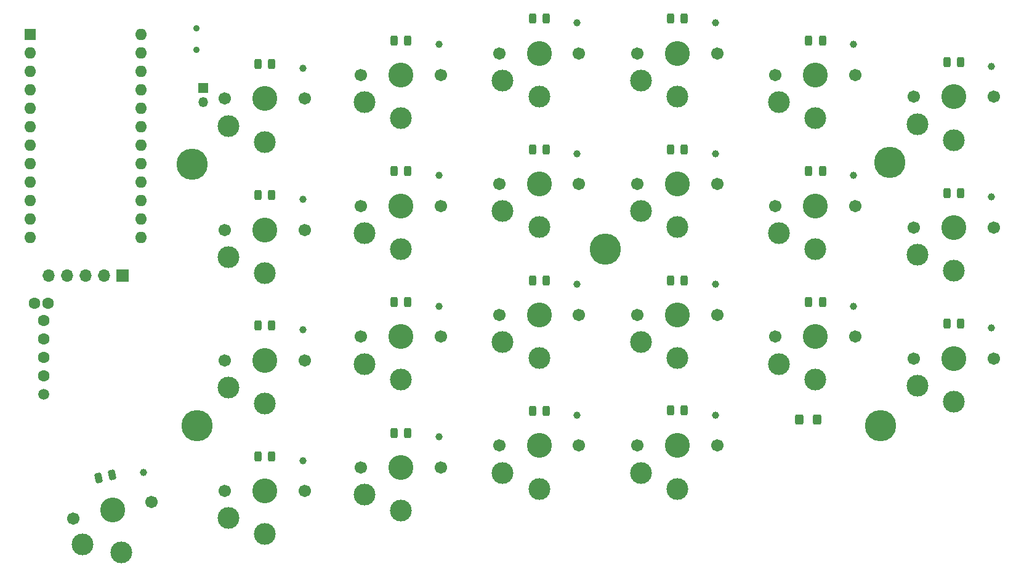
<source format=gbr>
%TF.GenerationSoftware,KiCad,Pcbnew,7.0.5-0*%
%TF.CreationDate,2023-10-17T19:27:59+10:30*%
%TF.ProjectId,Rolio,526f6c69-6f2e-46b6-9963-61645f706362,rev?*%
%TF.SameCoordinates,Original*%
%TF.FileFunction,Soldermask,Top*%
%TF.FilePolarity,Negative*%
%FSLAX46Y46*%
G04 Gerber Fmt 4.6, Leading zero omitted, Abs format (unit mm)*
G04 Created by KiCad (PCBNEW 7.0.5-0) date 2023-10-17 19:27:59*
%MOMM*%
%LPD*%
G01*
G04 APERTURE LIST*
G04 Aperture macros list*
%AMRoundRect*
0 Rectangle with rounded corners*
0 $1 Rounding radius*
0 $2 $3 $4 $5 $6 $7 $8 $9 X,Y pos of 4 corners*
0 Add a 4 corners polygon primitive as box body*
4,1,4,$2,$3,$4,$5,$6,$7,$8,$9,$2,$3,0*
0 Add four circle primitives for the rounded corners*
1,1,$1+$1,$2,$3*
1,1,$1+$1,$4,$5*
1,1,$1+$1,$6,$7*
1,1,$1+$1,$8,$9*
0 Add four rect primitives between the rounded corners*
20,1,$1+$1,$2,$3,$4,$5,0*
20,1,$1+$1,$4,$5,$6,$7,0*
20,1,$1+$1,$6,$7,$8,$9,0*
20,1,$1+$1,$8,$9,$2,$3,0*%
G04 Aperture macros list end*
%ADD10C,1.701800*%
%ADD11C,3.000000*%
%ADD12C,3.429000*%
%ADD13C,0.990600*%
%ADD14RoundRect,0.243750X-0.243750X-0.456250X0.243750X-0.456250X0.243750X0.456250X-0.243750X0.456250X0*%
%ADD15R,1.700000X1.700000*%
%ADD16O,1.700000X1.700000*%
%ADD17C,1.500000*%
%ADD18C,1.600000*%
%ADD19C,4.300000*%
%ADD20R,1.600000X1.600000*%
%ADD21O,1.600000X1.600000*%
%ADD22R,1.350000X1.350000*%
%ADD23O,1.350000X1.350000*%
%ADD24RoundRect,0.250000X-0.325000X-0.450000X0.325000X-0.450000X0.325000X0.450000X-0.325000X0.450000X0*%
%ADD25RoundRect,0.243750X-0.143564X-0.496958X0.333283X-0.395601X0.143564X0.496958X-0.333283X0.395601X0*%
%ADD26C,0.900000*%
G04 APERTURE END LIST*
D10*
%TO.C,SW_B0*%
X96680500Y-46530000D03*
D11*
X97180500Y-50280000D03*
D12*
X102180500Y-46530000D03*
D11*
X102180500Y-52480000D03*
D13*
X107400500Y-42330000D03*
D10*
X107680500Y-46530000D03*
%TD*%
%TO.C,SW_B3*%
X58680500Y-97530000D03*
D11*
X59180500Y-101280000D03*
D12*
X64180500Y-97530000D03*
D11*
X64180500Y-103480000D03*
D13*
X69400500Y-93330000D03*
D10*
X69680500Y-97530000D03*
%TD*%
%TO.C,SW_B4*%
X77680500Y-97530000D03*
D11*
X78180500Y-101280000D03*
D12*
X83180500Y-97530000D03*
D11*
X83180500Y-103480000D03*
D13*
X88400500Y-93330000D03*
D10*
X88680500Y-97530000D03*
%TD*%
%TO.C,SW_C1*%
X77680500Y-61530000D03*
D11*
X78180500Y-65280000D03*
D12*
X83180500Y-61530000D03*
D11*
X83180500Y-67480000D03*
D13*
X88400500Y-57330000D03*
D10*
X88680500Y-61530000D03*
%TD*%
D14*
%TO.C,LED3*%
X63263000Y-38775000D03*
X65138000Y-38775000D03*
%TD*%
D10*
%TO.C,SW_B1*%
X96680500Y-64530000D03*
D11*
X97180500Y-68280000D03*
D12*
X102180500Y-64530000D03*
D11*
X102180500Y-70480000D03*
D13*
X107400500Y-60330000D03*
D10*
X107680500Y-64530000D03*
%TD*%
D14*
%TO.C,LED15*%
X63263000Y-74775000D03*
X65138000Y-74775000D03*
%TD*%
D15*
%TO.C,Nice!View1*%
X6908000Y-74090000D03*
D16*
X4368000Y-74090000D03*
X1828000Y-74090000D03*
X-712000Y-74090000D03*
X-3252000Y-74090000D03*
%TD*%
D14*
%TO.C,LED4*%
X82263000Y-38775000D03*
X84138000Y-38775000D03*
%TD*%
%TO.C,LED1*%
X25543000Y-45025000D03*
X27418000Y-45025000D03*
%TD*%
D10*
%TO.C,SW_F0*%
X20960500Y-49780000D03*
D11*
X21460500Y-53530000D03*
D12*
X26460500Y-49780000D03*
D11*
X26460500Y-55730000D03*
D13*
X31680500Y-45580000D03*
D10*
X31960500Y-49780000D03*
%TD*%
D17*
%TO.C,RE_1*%
X-3942000Y-90440000D03*
D18*
X-3942000Y-80330000D03*
X-3942000Y-82870000D03*
X-3942000Y-85410000D03*
X-3942000Y-87950000D03*
X-5167000Y-77940000D03*
X-3317000Y-77940000D03*
%TD*%
D14*
%TO.C,LED13*%
X25543000Y-81025000D03*
X27418000Y-81025000D03*
%TD*%
%TO.C,LED23*%
X82263000Y-92675000D03*
X84138000Y-92675000D03*
%TD*%
D10*
%TO.C,SW_A2*%
X115680500Y-85530000D03*
D11*
X116180500Y-89280000D03*
D12*
X121180500Y-85530000D03*
D11*
X121180500Y-91480000D03*
D13*
X126400500Y-81330000D03*
D10*
X126680500Y-85530000D03*
%TD*%
D14*
%TO.C,LED10*%
X82263000Y-56775000D03*
X84138000Y-56775000D03*
%TD*%
D10*
%TO.C,SW_D1*%
X58680500Y-61530000D03*
D11*
X59180500Y-65280000D03*
D12*
X64180500Y-61530000D03*
D11*
X64180500Y-67480000D03*
D13*
X69400500Y-57330000D03*
D10*
X69680500Y-61530000D03*
%TD*%
D14*
%TO.C,LED17*%
X101263000Y-77775000D03*
X103138000Y-77775000D03*
%TD*%
D19*
%TO.C,H4*%
X17108000Y-94784000D03*
%TD*%
D14*
%TO.C,LED20*%
X25543000Y-99025000D03*
X27418000Y-99025000D03*
%TD*%
D10*
%TO.C,SW_E2*%
X39680500Y-82530000D03*
D11*
X40180500Y-86280000D03*
D12*
X45180500Y-82530000D03*
D11*
X45180500Y-88480000D03*
D13*
X50400500Y-78330000D03*
D10*
X50680500Y-82530000D03*
%TD*%
D14*
%TO.C,LED18*%
X120263000Y-80775000D03*
X122138000Y-80775000D03*
%TD*%
D10*
%TO.C,SW_D2*%
X58680500Y-79530000D03*
D11*
X59180500Y-83280000D03*
D12*
X64180500Y-79530000D03*
D11*
X64180500Y-85480000D03*
D13*
X69400500Y-75330000D03*
D10*
X69680500Y-79530000D03*
%TD*%
D19*
%TO.C,H3*%
X16470000Y-58840000D03*
%TD*%
D10*
%TO.C,SW_E0*%
X39680500Y-46530000D03*
D11*
X40180500Y-50280000D03*
D12*
X45180500Y-46530000D03*
D11*
X45180500Y-52480000D03*
D13*
X50400500Y-42330000D03*
D10*
X50680500Y-46530000D03*
%TD*%
D14*
%TO.C,LED8*%
X44263000Y-59775000D03*
X46138000Y-59775000D03*
%TD*%
%TO.C,LED5*%
X101263000Y-41775000D03*
X103138000Y-41775000D03*
%TD*%
D19*
%TO.C,H1*%
X112393000Y-58572000D03*
%TD*%
D20*
%TO.C,NICE_NANO1*%
X-5792000Y-40980000D03*
D21*
X-5792000Y-43520000D03*
X-5792000Y-46060000D03*
X-5792000Y-48600000D03*
X-5792000Y-51140000D03*
X-5792000Y-53680000D03*
X-5792000Y-56220000D03*
X-5792000Y-58760000D03*
X-5792000Y-61300000D03*
X-5792000Y-63840000D03*
X-5792000Y-66380000D03*
X-5792000Y-68920000D03*
X9448000Y-68920000D03*
X9448000Y-66380000D03*
X9448000Y-63840000D03*
X9448000Y-61300000D03*
X9448000Y-58760000D03*
X9448000Y-56220000D03*
X9448000Y-53680000D03*
X9448000Y-51140000D03*
X9448000Y-48600000D03*
X9448000Y-46060000D03*
X9448000Y-43520000D03*
X9448000Y-40980000D03*
%TD*%
D14*
%TO.C,LED21*%
X44263000Y-95775000D03*
X46138000Y-95775000D03*
%TD*%
D10*
%TO.C,SW_A1*%
X115680500Y-67530000D03*
D11*
X116180500Y-71280000D03*
D12*
X121180500Y-67530000D03*
D11*
X121180500Y-73480000D03*
D13*
X126400500Y-63330000D03*
D10*
X126680500Y-67530000D03*
%TD*%
%TO.C,SW_A0*%
X115680500Y-49530000D03*
D11*
X116180500Y-53280000D03*
D12*
X121180500Y-49530000D03*
D11*
X121180500Y-55480000D03*
D13*
X126400500Y-45330000D03*
D10*
X126680500Y-49530000D03*
%TD*%
D19*
%TO.C,H5*%
X73322500Y-70526000D03*
%TD*%
D14*
%TO.C,LED11*%
X101263000Y-59775000D03*
X103138000Y-59775000D03*
%TD*%
D10*
%TO.C,SW_F2*%
X20960500Y-85780000D03*
D11*
X21460500Y-89530000D03*
D12*
X26460500Y-85780000D03*
D11*
X26460500Y-91730000D03*
D13*
X31680500Y-81580000D03*
D10*
X31960500Y-85780000D03*
%TD*%
%TO.C,SW_D0*%
X58680500Y-43530000D03*
D11*
X59180500Y-47280000D03*
D12*
X64180500Y-43530000D03*
D11*
X64180500Y-49480000D03*
D13*
X69400500Y-39330000D03*
D10*
X69680500Y-43530000D03*
%TD*%
%TO.C,SW_E3*%
X141068Y-107547989D03*
D11*
X1409811Y-111112087D03*
D12*
X5520880Y-106404475D03*
D11*
X6757955Y-112224453D03*
D13*
X9753581Y-101210956D03*
D10*
X10900692Y-105260961D03*
%TD*%
D14*
%TO.C,LED7*%
X25543000Y-63070000D03*
X27418000Y-63070000D03*
%TD*%
D10*
%TO.C,SW_F1*%
X20960500Y-67825000D03*
D11*
X21460500Y-71575000D03*
D12*
X26460500Y-67825000D03*
D11*
X26460500Y-73775000D03*
D13*
X31680500Y-63625000D03*
D10*
X31960500Y-67825000D03*
%TD*%
%TO.C,SW_C2*%
X77680500Y-79530000D03*
D11*
X78180500Y-83280000D03*
D12*
X83180500Y-79530000D03*
D11*
X83180500Y-85480000D03*
D13*
X88400500Y-75330000D03*
D10*
X88680500Y-79530000D03*
%TD*%
D22*
%TO.C,BATT1*%
X18034000Y-48270000D03*
D23*
X18034000Y-50270000D03*
%TD*%
D14*
%TO.C,LED9*%
X63263000Y-56775000D03*
X65138000Y-56775000D03*
%TD*%
%TO.C,LED14*%
X44263000Y-77775000D03*
X46138000Y-77775000D03*
%TD*%
D10*
%TO.C,SW_E1*%
X39680500Y-64530000D03*
D11*
X40180500Y-68280000D03*
D12*
X45180500Y-64530000D03*
D11*
X45180500Y-70480000D03*
D13*
X50400500Y-60330000D03*
D10*
X50680500Y-64530000D03*
%TD*%
D14*
%TO.C,LED2*%
X44263000Y-41775000D03*
X46138000Y-41775000D03*
%TD*%
D10*
%TO.C,SW_C0*%
X77680500Y-43530000D03*
D11*
X78180500Y-47280000D03*
D12*
X83180500Y-43530000D03*
D11*
X83180500Y-49480000D03*
D13*
X88400500Y-39330000D03*
D10*
X88680500Y-43530000D03*
%TD*%
D14*
%TO.C,LED16*%
X82263000Y-74775000D03*
X84138000Y-74775000D03*
%TD*%
%TO.C,LED22*%
X63263000Y-92775000D03*
X65138000Y-92775000D03*
%TD*%
D10*
%TO.C,SW_C3*%
X39680500Y-100530000D03*
D11*
X40180500Y-104280000D03*
D12*
X45180500Y-100530000D03*
D11*
X45180500Y-106480000D03*
D13*
X50400500Y-96330000D03*
D10*
X50680500Y-100530000D03*
%TD*%
%TO.C,SW_B2*%
X96680500Y-82530000D03*
D11*
X97180500Y-86280000D03*
D12*
X102180500Y-82530000D03*
D11*
X102180500Y-88480000D03*
D13*
X107400500Y-78330000D03*
D10*
X107680500Y-82530000D03*
%TD*%
%TO.C,SW_D3*%
X20960500Y-103780000D03*
D11*
X21460500Y-107530000D03*
D12*
X26460500Y-103780000D03*
D11*
X26460500Y-109730000D03*
D13*
X31680500Y-99580000D03*
D10*
X31960500Y-103780000D03*
%TD*%
D24*
%TO.C,TP1*%
X99980500Y-93980000D03*
X102380500Y-93980000D03*
%TD*%
D14*
%TO.C,LED6*%
X120263000Y-44775000D03*
X122138000Y-44775000D03*
%TD*%
D25*
%TO.C,LED19*%
X3602031Y-101951109D03*
X5436057Y-101561275D03*
%TD*%
D14*
%TO.C,LED12*%
X120263000Y-62775000D03*
X122138000Y-62775000D03*
%TD*%
D19*
%TO.C,H2*%
X111158000Y-94778000D03*
%TD*%
D26*
%TO.C,SW4*%
X17027000Y-43058000D03*
X17027000Y-40058000D03*
%TD*%
M02*

</source>
